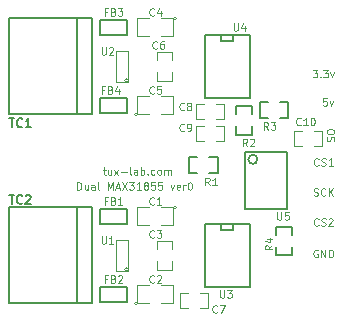
<source format=gto>
%FSLAX46Y46*%
G04 Gerber Fmt 4.6, Leading zero omitted, Abs format (unit mm)*
G04 Created by KiCad (PCBNEW (2014-07-09 BZR 4988)-product) date Thu 14 Aug 2014 11:57:35 AM PDT*
%MOMM*%
G01*
G04 APERTURE LIST*
%ADD10C,0.050000*%
%ADD11C,0.101600*%
%ADD12C,0.099060*%
%ADD13C,0.119380*%
%ADD14C,0.127000*%
%ADD15C,0.078740*%
%ADD16C,0.203200*%
G04 APERTURE END LIST*
D10*
D11*
X128814285Y-96172262D02*
X128511904Y-96172262D01*
X128481666Y-96474643D01*
X128511904Y-96444405D01*
X128572381Y-96414167D01*
X128723571Y-96414167D01*
X128784047Y-96444405D01*
X128814285Y-96474643D01*
X128844524Y-96535119D01*
X128844524Y-96686310D01*
X128814285Y-96746786D01*
X128784047Y-96777024D01*
X128723571Y-96807262D01*
X128572381Y-96807262D01*
X128511904Y-96777024D01*
X128481666Y-96746786D01*
X129056190Y-96383929D02*
X129207381Y-96807262D01*
X129358571Y-96383929D01*
X107668784Y-103919262D02*
X107668784Y-103284262D01*
X107819975Y-103284262D01*
X107910689Y-103314500D01*
X107971165Y-103374976D01*
X108001404Y-103435452D01*
X108031642Y-103556405D01*
X108031642Y-103647119D01*
X108001404Y-103768071D01*
X107971165Y-103828548D01*
X107910689Y-103889024D01*
X107819975Y-103919262D01*
X107668784Y-103919262D01*
X108575927Y-103495929D02*
X108575927Y-103919262D01*
X108303784Y-103495929D02*
X108303784Y-103828548D01*
X108334023Y-103889024D01*
X108394499Y-103919262D01*
X108485213Y-103919262D01*
X108545689Y-103889024D01*
X108575927Y-103858786D01*
X109150451Y-103919262D02*
X109150451Y-103586643D01*
X109120213Y-103526167D01*
X109059737Y-103495929D01*
X108938785Y-103495929D01*
X108878308Y-103526167D01*
X109150451Y-103889024D02*
X109089975Y-103919262D01*
X108938785Y-103919262D01*
X108878308Y-103889024D01*
X108848070Y-103828548D01*
X108848070Y-103768071D01*
X108878308Y-103707595D01*
X108938785Y-103677357D01*
X109089975Y-103677357D01*
X109150451Y-103647119D01*
X109543547Y-103919262D02*
X109483071Y-103889024D01*
X109452832Y-103828548D01*
X109452832Y-103284262D01*
X110269261Y-103919262D02*
X110269261Y-103284262D01*
X110480928Y-103737833D01*
X110692595Y-103284262D01*
X110692595Y-103919262D01*
X110964737Y-103737833D02*
X111267118Y-103737833D01*
X110904261Y-103919262D02*
X111115928Y-103284262D01*
X111327595Y-103919262D01*
X111478785Y-103284262D02*
X111902119Y-103919262D01*
X111902119Y-103284262D02*
X111478785Y-103919262D01*
X112083547Y-103284262D02*
X112476643Y-103284262D01*
X112264976Y-103526167D01*
X112355690Y-103526167D01*
X112416166Y-103556405D01*
X112446404Y-103586643D01*
X112476643Y-103647119D01*
X112476643Y-103798310D01*
X112446404Y-103858786D01*
X112416166Y-103889024D01*
X112355690Y-103919262D01*
X112174262Y-103919262D01*
X112113785Y-103889024D01*
X112083547Y-103858786D01*
X113081405Y-103919262D02*
X112718547Y-103919262D01*
X112899976Y-103919262D02*
X112899976Y-103284262D01*
X112839500Y-103374976D01*
X112779024Y-103435452D01*
X112718547Y-103465690D01*
X113444262Y-103556405D02*
X113383786Y-103526167D01*
X113353547Y-103495929D01*
X113323309Y-103435452D01*
X113323309Y-103405214D01*
X113353547Y-103344738D01*
X113383786Y-103314500D01*
X113444262Y-103284262D01*
X113565214Y-103284262D01*
X113625690Y-103314500D01*
X113655928Y-103344738D01*
X113686167Y-103405214D01*
X113686167Y-103435452D01*
X113655928Y-103495929D01*
X113625690Y-103526167D01*
X113565214Y-103556405D01*
X113444262Y-103556405D01*
X113383786Y-103586643D01*
X113353547Y-103616881D01*
X113323309Y-103677357D01*
X113323309Y-103798310D01*
X113353547Y-103858786D01*
X113383786Y-103889024D01*
X113444262Y-103919262D01*
X113565214Y-103919262D01*
X113625690Y-103889024D01*
X113655928Y-103858786D01*
X113686167Y-103798310D01*
X113686167Y-103677357D01*
X113655928Y-103616881D01*
X113625690Y-103586643D01*
X113565214Y-103556405D01*
X114260690Y-103284262D02*
X113958309Y-103284262D01*
X113928071Y-103586643D01*
X113958309Y-103556405D01*
X114018786Y-103526167D01*
X114169976Y-103526167D01*
X114230452Y-103556405D01*
X114260690Y-103586643D01*
X114290929Y-103647119D01*
X114290929Y-103798310D01*
X114260690Y-103858786D01*
X114230452Y-103889024D01*
X114169976Y-103919262D01*
X114018786Y-103919262D01*
X113958309Y-103889024D01*
X113928071Y-103858786D01*
X114865452Y-103284262D02*
X114563071Y-103284262D01*
X114532833Y-103586643D01*
X114563071Y-103556405D01*
X114623548Y-103526167D01*
X114774738Y-103526167D01*
X114835214Y-103556405D01*
X114865452Y-103586643D01*
X114895691Y-103647119D01*
X114895691Y-103798310D01*
X114865452Y-103858786D01*
X114835214Y-103889024D01*
X114774738Y-103919262D01*
X114623548Y-103919262D01*
X114563071Y-103889024D01*
X114532833Y-103858786D01*
X115591167Y-103495929D02*
X115742358Y-103919262D01*
X115893548Y-103495929D01*
X116377358Y-103889024D02*
X116316882Y-103919262D01*
X116195930Y-103919262D01*
X116135453Y-103889024D01*
X116105215Y-103828548D01*
X116105215Y-103586643D01*
X116135453Y-103526167D01*
X116195930Y-103495929D01*
X116316882Y-103495929D01*
X116377358Y-103526167D01*
X116407596Y-103586643D01*
X116407596Y-103647119D01*
X116105215Y-103707595D01*
X116679739Y-103919262D02*
X116679739Y-103495929D01*
X116679739Y-103616881D02*
X116709978Y-103556405D01*
X116740216Y-103526167D01*
X116800692Y-103495929D01*
X116861168Y-103495929D01*
X117193787Y-103284262D02*
X117254263Y-103284262D01*
X117314739Y-103314500D01*
X117344977Y-103344738D01*
X117375215Y-103405214D01*
X117405454Y-103526167D01*
X117405454Y-103677357D01*
X117375215Y-103798310D01*
X117344977Y-103858786D01*
X117314739Y-103889024D01*
X117254263Y-103919262D01*
X117193787Y-103919262D01*
X117133311Y-103889024D01*
X117103073Y-103858786D01*
X117072834Y-103798310D01*
X117042596Y-103677357D01*
X117042596Y-103526167D01*
X117072834Y-103405214D01*
X117103073Y-103344738D01*
X117133311Y-103314500D01*
X117193787Y-103284262D01*
X109842904Y-102225929D02*
X110084809Y-102225929D01*
X109933618Y-102014262D02*
X109933618Y-102558548D01*
X109963857Y-102619024D01*
X110024333Y-102649262D01*
X110084809Y-102649262D01*
X110568618Y-102225929D02*
X110568618Y-102649262D01*
X110296475Y-102225929D02*
X110296475Y-102558548D01*
X110326714Y-102619024D01*
X110387190Y-102649262D01*
X110477904Y-102649262D01*
X110538380Y-102619024D01*
X110568618Y-102588786D01*
X110810523Y-102649262D02*
X111143142Y-102225929D01*
X110810523Y-102225929D02*
X111143142Y-102649262D01*
X111385047Y-102407357D02*
X111868857Y-102407357D01*
X112261952Y-102649262D02*
X112201476Y-102619024D01*
X112171237Y-102558548D01*
X112171237Y-102014262D01*
X112775999Y-102649262D02*
X112775999Y-102316643D01*
X112745761Y-102256167D01*
X112685285Y-102225929D01*
X112564333Y-102225929D01*
X112503856Y-102256167D01*
X112775999Y-102619024D02*
X112715523Y-102649262D01*
X112564333Y-102649262D01*
X112503856Y-102619024D01*
X112473618Y-102558548D01*
X112473618Y-102498071D01*
X112503856Y-102437595D01*
X112564333Y-102407357D01*
X112715523Y-102407357D01*
X112775999Y-102377119D01*
X113078380Y-102649262D02*
X113078380Y-102014262D01*
X113078380Y-102256167D02*
X113138857Y-102225929D01*
X113259809Y-102225929D01*
X113320285Y-102256167D01*
X113350523Y-102286405D01*
X113380761Y-102346881D01*
X113380761Y-102528310D01*
X113350523Y-102588786D01*
X113320285Y-102619024D01*
X113259809Y-102649262D01*
X113138857Y-102649262D01*
X113078380Y-102619024D01*
X113652904Y-102588786D02*
X113683143Y-102619024D01*
X113652904Y-102649262D01*
X113622666Y-102619024D01*
X113652904Y-102588786D01*
X113652904Y-102649262D01*
X114227428Y-102619024D02*
X114166952Y-102649262D01*
X114046000Y-102649262D01*
X113985524Y-102619024D01*
X113955285Y-102588786D01*
X113925047Y-102528310D01*
X113925047Y-102346881D01*
X113955285Y-102286405D01*
X113985524Y-102256167D01*
X114046000Y-102225929D01*
X114166952Y-102225929D01*
X114227428Y-102256167D01*
X114590286Y-102649262D02*
X114529810Y-102619024D01*
X114499571Y-102588786D01*
X114469333Y-102528310D01*
X114469333Y-102346881D01*
X114499571Y-102286405D01*
X114529810Y-102256167D01*
X114590286Y-102225929D01*
X114681000Y-102225929D01*
X114741476Y-102256167D01*
X114771714Y-102286405D01*
X114801952Y-102346881D01*
X114801952Y-102528310D01*
X114771714Y-102588786D01*
X114741476Y-102619024D01*
X114681000Y-102649262D01*
X114590286Y-102649262D01*
X115074095Y-102649262D02*
X115074095Y-102225929D01*
X115074095Y-102286405D02*
X115104334Y-102256167D01*
X115164810Y-102225929D01*
X115255524Y-102225929D01*
X115316000Y-102256167D01*
X115346238Y-102316643D01*
X115346238Y-102649262D01*
X115346238Y-102316643D02*
X115376476Y-102256167D01*
X115436953Y-102225929D01*
X115527667Y-102225929D01*
X115588143Y-102256167D01*
X115618381Y-102316643D01*
X115618381Y-102649262D01*
X128115786Y-101826786D02*
X128085548Y-101857024D01*
X127994833Y-101887262D01*
X127934357Y-101887262D01*
X127843643Y-101857024D01*
X127783167Y-101796548D01*
X127752928Y-101736071D01*
X127722690Y-101615119D01*
X127722690Y-101524405D01*
X127752928Y-101403452D01*
X127783167Y-101342976D01*
X127843643Y-101282500D01*
X127934357Y-101252262D01*
X127994833Y-101252262D01*
X128085548Y-101282500D01*
X128115786Y-101312738D01*
X128357690Y-101857024D02*
X128448405Y-101887262D01*
X128599595Y-101887262D01*
X128660071Y-101857024D01*
X128690309Y-101826786D01*
X128720548Y-101766310D01*
X128720548Y-101705833D01*
X128690309Y-101645357D01*
X128660071Y-101615119D01*
X128599595Y-101584881D01*
X128478643Y-101554643D01*
X128418167Y-101524405D01*
X128387928Y-101494167D01*
X128357690Y-101433690D01*
X128357690Y-101373214D01*
X128387928Y-101312738D01*
X128418167Y-101282500D01*
X128478643Y-101252262D01*
X128629833Y-101252262D01*
X128720548Y-101282500D01*
X129325310Y-101887262D02*
X128962452Y-101887262D01*
X129143881Y-101887262D02*
X129143881Y-101252262D01*
X129083405Y-101342976D01*
X129022929Y-101403452D01*
X128962452Y-101433690D01*
X127707571Y-104397024D02*
X127798286Y-104427262D01*
X127949476Y-104427262D01*
X128009952Y-104397024D01*
X128040190Y-104366786D01*
X128070429Y-104306310D01*
X128070429Y-104245833D01*
X128040190Y-104185357D01*
X128009952Y-104155119D01*
X127949476Y-104124881D01*
X127828524Y-104094643D01*
X127768048Y-104064405D01*
X127737809Y-104034167D01*
X127707571Y-103973690D01*
X127707571Y-103913214D01*
X127737809Y-103852738D01*
X127768048Y-103822500D01*
X127828524Y-103792262D01*
X127979714Y-103792262D01*
X128070429Y-103822500D01*
X128705429Y-104366786D02*
X128675191Y-104397024D01*
X128584476Y-104427262D01*
X128524000Y-104427262D01*
X128433286Y-104397024D01*
X128372810Y-104336548D01*
X128342571Y-104276071D01*
X128312333Y-104155119D01*
X128312333Y-104064405D01*
X128342571Y-103943452D01*
X128372810Y-103882976D01*
X128433286Y-103822500D01*
X128524000Y-103792262D01*
X128584476Y-103792262D01*
X128675191Y-103822500D01*
X128705429Y-103852738D01*
X128977571Y-104427262D02*
X128977571Y-103792262D01*
X129340429Y-104427262D02*
X129068286Y-104064405D01*
X129340429Y-103792262D02*
X128977571Y-104155119D01*
X129416024Y-99828048D02*
X129446262Y-99737333D01*
X129446262Y-99586143D01*
X129416024Y-99525667D01*
X129385786Y-99495429D01*
X129325310Y-99465190D01*
X129264833Y-99465190D01*
X129204357Y-99495429D01*
X129174119Y-99525667D01*
X129143881Y-99586143D01*
X129113643Y-99707095D01*
X129083405Y-99767571D01*
X129053167Y-99797810D01*
X128992690Y-99828048D01*
X128932214Y-99828048D01*
X128871738Y-99797810D01*
X128841500Y-99767571D01*
X128811262Y-99707095D01*
X128811262Y-99555905D01*
X128841500Y-99465190D01*
X128811262Y-99072095D02*
X128811262Y-98951143D01*
X128841500Y-98890667D01*
X128901976Y-98830190D01*
X129022929Y-98799952D01*
X129234595Y-98799952D01*
X129355548Y-98830190D01*
X129416024Y-98890667D01*
X129446262Y-98951143D01*
X129446262Y-99072095D01*
X129416024Y-99132571D01*
X129355548Y-99193048D01*
X129234595Y-99223286D01*
X129022929Y-99223286D01*
X128901976Y-99193048D01*
X128841500Y-99132571D01*
X128811262Y-99072095D01*
X128040191Y-109029500D02*
X127979714Y-108999262D01*
X127889000Y-108999262D01*
X127798286Y-109029500D01*
X127737810Y-109089976D01*
X127707571Y-109150452D01*
X127677333Y-109271405D01*
X127677333Y-109362119D01*
X127707571Y-109483071D01*
X127737810Y-109543548D01*
X127798286Y-109604024D01*
X127889000Y-109634262D01*
X127949476Y-109634262D01*
X128040191Y-109604024D01*
X128070429Y-109573786D01*
X128070429Y-109362119D01*
X127949476Y-109362119D01*
X128342571Y-109634262D02*
X128342571Y-108999262D01*
X128705429Y-109634262D01*
X128705429Y-108999262D01*
X129007809Y-109634262D02*
X129007809Y-108999262D01*
X129159000Y-108999262D01*
X129249714Y-109029500D01*
X129310190Y-109089976D01*
X129340429Y-109150452D01*
X129370667Y-109271405D01*
X129370667Y-109362119D01*
X129340429Y-109483071D01*
X129310190Y-109543548D01*
X129249714Y-109604024D01*
X129159000Y-109634262D01*
X129007809Y-109634262D01*
X127616857Y-93759262D02*
X128009953Y-93759262D01*
X127798286Y-94001167D01*
X127889000Y-94001167D01*
X127949476Y-94031405D01*
X127979714Y-94061643D01*
X128009953Y-94122119D01*
X128009953Y-94273310D01*
X127979714Y-94333786D01*
X127949476Y-94364024D01*
X127889000Y-94394262D01*
X127707572Y-94394262D01*
X127647095Y-94364024D01*
X127616857Y-94333786D01*
X128282095Y-94333786D02*
X128312334Y-94364024D01*
X128282095Y-94394262D01*
X128251857Y-94364024D01*
X128282095Y-94333786D01*
X128282095Y-94394262D01*
X128524000Y-93759262D02*
X128917096Y-93759262D01*
X128705429Y-94001167D01*
X128796143Y-94001167D01*
X128856619Y-94031405D01*
X128886857Y-94061643D01*
X128917096Y-94122119D01*
X128917096Y-94273310D01*
X128886857Y-94333786D01*
X128856619Y-94364024D01*
X128796143Y-94394262D01*
X128614715Y-94394262D01*
X128554238Y-94364024D01*
X128524000Y-94333786D01*
X129128762Y-93970929D02*
X129279953Y-94394262D01*
X129431143Y-93970929D01*
X128115786Y-106906786D02*
X128085548Y-106937024D01*
X127994833Y-106967262D01*
X127934357Y-106967262D01*
X127843643Y-106937024D01*
X127783167Y-106876548D01*
X127752928Y-106816071D01*
X127722690Y-106695119D01*
X127722690Y-106604405D01*
X127752928Y-106483452D01*
X127783167Y-106422976D01*
X127843643Y-106362500D01*
X127934357Y-106332262D01*
X127994833Y-106332262D01*
X128085548Y-106362500D01*
X128115786Y-106392738D01*
X128357690Y-106937024D02*
X128448405Y-106967262D01*
X128599595Y-106967262D01*
X128660071Y-106937024D01*
X128690309Y-106906786D01*
X128720548Y-106846310D01*
X128720548Y-106785833D01*
X128690309Y-106725357D01*
X128660071Y-106695119D01*
X128599595Y-106664881D01*
X128478643Y-106634643D01*
X128418167Y-106604405D01*
X128387928Y-106574167D01*
X128357690Y-106513690D01*
X128357690Y-106453214D01*
X128387928Y-106392738D01*
X128418167Y-106362500D01*
X128478643Y-106332262D01*
X128629833Y-106332262D01*
X128720548Y-106362500D01*
X128962452Y-106392738D02*
X128992690Y-106362500D01*
X129053167Y-106332262D01*
X129204357Y-106332262D01*
X129264833Y-106362500D01*
X129295071Y-106392738D01*
X129325310Y-106453214D01*
X129325310Y-106513690D01*
X129295071Y-106604405D01*
X128932214Y-106967262D01*
X129325310Y-106967262D01*
D12*
X116078000Y-105410000D02*
G75*
G03X116078000Y-105410000I-127000J0D01*
G74*
G01*
X114808000Y-105410000D02*
X115824000Y-105410000D01*
X115824000Y-105410000D02*
X115824000Y-106934000D01*
X115824000Y-106934000D02*
X114808000Y-106934000D01*
X113792000Y-106934000D02*
X112776000Y-106934000D01*
X112776000Y-106934000D02*
X112776000Y-105410000D01*
X112776000Y-105410000D02*
X113792000Y-105410000D01*
X112776000Y-113538000D02*
G75*
G03X112776000Y-113538000I-127000J0D01*
G74*
G01*
X113792000Y-113538000D02*
X112776000Y-113538000D01*
X112776000Y-113538000D02*
X112776000Y-112014000D01*
X112776000Y-112014000D02*
X113792000Y-112014000D01*
X114808000Y-112014000D02*
X115824000Y-112014000D01*
X115824000Y-112014000D02*
X115824000Y-113538000D01*
X115824000Y-113538000D02*
X114808000Y-113538000D01*
D13*
X114411760Y-109974380D02*
X114411760Y-110672880D01*
X114411760Y-108973620D02*
X114411760Y-108275120D01*
X115712240Y-109974380D02*
X115712240Y-110672880D01*
X115712240Y-108275120D02*
X115712240Y-108973620D01*
X115697000Y-110672880D02*
X114427000Y-110672880D01*
X114427000Y-108275120D02*
X115697000Y-108275120D01*
D12*
X116078000Y-89408000D02*
G75*
G03X116078000Y-89408000I-127000J0D01*
G74*
G01*
X114808000Y-89408000D02*
X115824000Y-89408000D01*
X115824000Y-89408000D02*
X115824000Y-90932000D01*
X115824000Y-90932000D02*
X114808000Y-90932000D01*
X113792000Y-90932000D02*
X112776000Y-90932000D01*
X112776000Y-90932000D02*
X112776000Y-89408000D01*
X112776000Y-89408000D02*
X113792000Y-89408000D01*
X112776000Y-97536000D02*
G75*
G03X112776000Y-97536000I-127000J0D01*
G74*
G01*
X113792000Y-97536000D02*
X112776000Y-97536000D01*
X112776000Y-97536000D02*
X112776000Y-96012000D01*
X112776000Y-96012000D02*
X113792000Y-96012000D01*
X114808000Y-96012000D02*
X115824000Y-96012000D01*
X115824000Y-96012000D02*
X115824000Y-97536000D01*
X115824000Y-97536000D02*
X114808000Y-97536000D01*
D13*
X114411760Y-93972380D02*
X114411760Y-94670880D01*
X114411760Y-92971620D02*
X114411760Y-92273120D01*
X115712240Y-93972380D02*
X115712240Y-94670880D01*
X115712240Y-92273120D02*
X115712240Y-92971620D01*
X115697000Y-94670880D02*
X114427000Y-94670880D01*
X114427000Y-92273120D02*
X115697000Y-92273120D01*
X117101620Y-112633760D02*
X116403120Y-112633760D01*
X118102380Y-112633760D02*
X118800880Y-112633760D01*
X117101620Y-113934240D02*
X116403120Y-113934240D01*
X118800880Y-113934240D02*
X118102380Y-113934240D01*
X116403120Y-113919000D02*
X116403120Y-112649000D01*
X118800880Y-112649000D02*
X118800880Y-113919000D01*
X119448580Y-97932240D02*
X120147080Y-97932240D01*
X118447820Y-97932240D02*
X117749320Y-97932240D01*
X119448580Y-96631760D02*
X120147080Y-96631760D01*
X117749320Y-96631760D02*
X118447820Y-96631760D01*
X120147080Y-96647000D02*
X120147080Y-97917000D01*
X117749320Y-97917000D02*
X117749320Y-96647000D01*
D14*
X109601000Y-105537000D02*
X111887000Y-105537000D01*
X111887000Y-105537000D02*
X111887000Y-106807000D01*
X111887000Y-106807000D02*
X109601000Y-106807000D01*
X109601000Y-106807000D02*
X109601000Y-105537000D01*
X109601000Y-112141000D02*
X111887000Y-112141000D01*
X111887000Y-112141000D02*
X111887000Y-113411000D01*
X111887000Y-113411000D02*
X109601000Y-113411000D01*
X109601000Y-113411000D02*
X109601000Y-112141000D01*
X109601000Y-89535000D02*
X111887000Y-89535000D01*
X111887000Y-89535000D02*
X111887000Y-90805000D01*
X111887000Y-90805000D02*
X109601000Y-90805000D01*
X109601000Y-90805000D02*
X109601000Y-89535000D01*
X109601000Y-96139000D02*
X111887000Y-96139000D01*
X111887000Y-96139000D02*
X111887000Y-97409000D01*
X111887000Y-97409000D02*
X109601000Y-97409000D01*
X109601000Y-97409000D02*
X109601000Y-96139000D01*
X117858540Y-101132640D02*
X117152420Y-101132640D01*
X117152420Y-101132640D02*
X117152420Y-102529640D01*
X117152420Y-102529640D02*
X117858540Y-102529640D01*
X119565420Y-101132640D02*
X118859300Y-101132640D01*
X119565420Y-101132640D02*
X119565420Y-102529640D01*
X119565420Y-102529640D02*
X118859300Y-102529640D01*
X122491500Y-97543620D02*
X122491500Y-96837500D01*
X122491500Y-96837500D02*
X121094500Y-96837500D01*
X121094500Y-96837500D02*
X121094500Y-97543620D01*
X122491500Y-99250500D02*
X122491500Y-98544380D01*
X122491500Y-99250500D02*
X121094500Y-99250500D01*
X121094500Y-99250500D02*
X121094500Y-98544380D01*
X124833380Y-97853500D02*
X125539500Y-97853500D01*
X125539500Y-97853500D02*
X125539500Y-96456500D01*
X125539500Y-96456500D02*
X124833380Y-96456500D01*
X123126500Y-97853500D02*
X123832620Y-97853500D01*
X123126500Y-97853500D02*
X123126500Y-96456500D01*
X123126500Y-96456500D02*
X123832620Y-96456500D01*
X124498100Y-108755180D02*
X124498100Y-109461300D01*
X124498100Y-109461300D02*
X125895100Y-109461300D01*
X125895100Y-109461300D02*
X125895100Y-108755180D01*
X124498100Y-107048300D02*
X124498100Y-107754420D01*
X124498100Y-107048300D02*
X125895100Y-107048300D01*
X125895100Y-107048300D02*
X125895100Y-107754420D01*
D15*
X112015590Y-110650020D02*
G75*
G03X112015590Y-110650020I-159070J0D01*
G74*
G01*
X110998000Y-108204000D02*
X112014000Y-108204000D01*
X110998000Y-110807500D02*
X112014000Y-110807500D01*
X112014000Y-108204000D02*
X112014000Y-110807500D01*
X110998000Y-110807500D02*
X110998000Y-108204000D01*
X112015590Y-94648020D02*
G75*
G03X112015590Y-94648020I-159070J0D01*
G74*
G01*
X110998000Y-92202000D02*
X112014000Y-92202000D01*
X110998000Y-94805500D02*
X112014000Y-94805500D01*
X112014000Y-92202000D02*
X112014000Y-94805500D01*
X110998000Y-94805500D02*
X110998000Y-92202000D01*
D14*
X118618000Y-106807000D02*
X118491000Y-106807000D01*
X118491000Y-106807000D02*
X118491000Y-112141000D01*
X122301000Y-112141000D02*
X122301000Y-106807000D01*
X122301000Y-106807000D02*
X118618000Y-106807000D01*
X120904000Y-106807000D02*
X120904000Y-107315000D01*
X120904000Y-107315000D02*
X119888000Y-107315000D01*
X119888000Y-107315000D02*
X119888000Y-106807000D01*
X122301000Y-112141000D02*
X118491000Y-112141000D01*
X118618000Y-90805000D02*
X118491000Y-90805000D01*
X118491000Y-90805000D02*
X118491000Y-96139000D01*
X122301000Y-96139000D02*
X122301000Y-90805000D01*
X122301000Y-90805000D02*
X118618000Y-90805000D01*
X120904000Y-90805000D02*
X120904000Y-91313000D01*
X120904000Y-91313000D02*
X119888000Y-91313000D01*
X119888000Y-91313000D02*
X119888000Y-90805000D01*
X122301000Y-96139000D02*
X118491000Y-96139000D01*
D16*
X125476000Y-100711000D02*
X125476000Y-105537000D01*
X125476000Y-105537000D02*
X121920000Y-105537000D01*
X121920000Y-105537000D02*
X121920000Y-100711000D01*
X121920000Y-100711000D02*
X125476000Y-100711000D01*
X122936000Y-101346000D02*
G75*
G03X122936000Y-101346000I-381000J0D01*
G74*
G01*
D14*
X107670600Y-113538000D02*
X107670600Y-105410000D01*
X101904800Y-113538000D02*
X101904800Y-105410000D01*
X101904800Y-105410000D02*
X108915200Y-105410000D01*
X108915200Y-105410000D02*
X108915200Y-113538000D01*
X108915200Y-113538000D02*
X101904800Y-113538000D01*
X107670600Y-97536000D02*
X107670600Y-89408000D01*
X101904800Y-97536000D02*
X101904800Y-89408000D01*
X101904800Y-89408000D02*
X108915200Y-89408000D01*
X108915200Y-89408000D02*
X108915200Y-97536000D01*
X108915200Y-97536000D02*
X101904800Y-97536000D01*
D13*
X119448580Y-99811840D02*
X120147080Y-99811840D01*
X118447820Y-99811840D02*
X117749320Y-99811840D01*
X119448580Y-98511360D02*
X120147080Y-98511360D01*
X117749320Y-98511360D02*
X118447820Y-98511360D01*
X120147080Y-98526600D02*
X120147080Y-99796600D01*
X117749320Y-99796600D02*
X117749320Y-98526600D01*
X126753620Y-98917760D02*
X126055120Y-98917760D01*
X127754380Y-98917760D02*
X128452880Y-98917760D01*
X126753620Y-100218240D02*
X126055120Y-100218240D01*
X128452880Y-100218240D02*
X127754380Y-100218240D01*
X126055120Y-100203000D02*
X126055120Y-98933000D01*
X128452880Y-98933000D02*
X128452880Y-100203000D01*
D11*
X114194167Y-105128786D02*
X114163929Y-105159024D01*
X114073214Y-105189262D01*
X114012738Y-105189262D01*
X113922024Y-105159024D01*
X113861548Y-105098548D01*
X113831309Y-105038071D01*
X113801071Y-104917119D01*
X113801071Y-104826405D01*
X113831309Y-104705452D01*
X113861548Y-104644976D01*
X113922024Y-104584500D01*
X114012738Y-104554262D01*
X114073214Y-104554262D01*
X114163929Y-104584500D01*
X114194167Y-104614738D01*
X114798929Y-105189262D02*
X114436071Y-105189262D01*
X114617500Y-105189262D02*
X114617500Y-104554262D01*
X114557024Y-104644976D01*
X114496548Y-104705452D01*
X114436071Y-104735690D01*
X114194167Y-111732786D02*
X114163929Y-111763024D01*
X114073214Y-111793262D01*
X114012738Y-111793262D01*
X113922024Y-111763024D01*
X113861548Y-111702548D01*
X113831309Y-111642071D01*
X113801071Y-111521119D01*
X113801071Y-111430405D01*
X113831309Y-111309452D01*
X113861548Y-111248976D01*
X113922024Y-111188500D01*
X114012738Y-111158262D01*
X114073214Y-111158262D01*
X114163929Y-111188500D01*
X114194167Y-111218738D01*
X114436071Y-111218738D02*
X114466309Y-111188500D01*
X114526786Y-111158262D01*
X114677976Y-111158262D01*
X114738452Y-111188500D01*
X114768690Y-111218738D01*
X114798929Y-111279214D01*
X114798929Y-111339690D01*
X114768690Y-111430405D01*
X114405833Y-111793262D01*
X114798929Y-111793262D01*
X114194167Y-107922786D02*
X114163929Y-107953024D01*
X114073214Y-107983262D01*
X114012738Y-107983262D01*
X113922024Y-107953024D01*
X113861548Y-107892548D01*
X113831309Y-107832071D01*
X113801071Y-107711119D01*
X113801071Y-107620405D01*
X113831309Y-107499452D01*
X113861548Y-107438976D01*
X113922024Y-107378500D01*
X114012738Y-107348262D01*
X114073214Y-107348262D01*
X114163929Y-107378500D01*
X114194167Y-107408738D01*
X114405833Y-107348262D02*
X114798929Y-107348262D01*
X114587262Y-107590167D01*
X114677976Y-107590167D01*
X114738452Y-107620405D01*
X114768690Y-107650643D01*
X114798929Y-107711119D01*
X114798929Y-107862310D01*
X114768690Y-107922786D01*
X114738452Y-107953024D01*
X114677976Y-107983262D01*
X114496548Y-107983262D01*
X114436071Y-107953024D01*
X114405833Y-107922786D01*
X114194167Y-89126786D02*
X114163929Y-89157024D01*
X114073214Y-89187262D01*
X114012738Y-89187262D01*
X113922024Y-89157024D01*
X113861548Y-89096548D01*
X113831309Y-89036071D01*
X113801071Y-88915119D01*
X113801071Y-88824405D01*
X113831309Y-88703452D01*
X113861548Y-88642976D01*
X113922024Y-88582500D01*
X114012738Y-88552262D01*
X114073214Y-88552262D01*
X114163929Y-88582500D01*
X114194167Y-88612738D01*
X114738452Y-88763929D02*
X114738452Y-89187262D01*
X114587262Y-88522024D02*
X114436071Y-88975595D01*
X114829167Y-88975595D01*
X114194167Y-95730786D02*
X114163929Y-95761024D01*
X114073214Y-95791262D01*
X114012738Y-95791262D01*
X113922024Y-95761024D01*
X113861548Y-95700548D01*
X113831309Y-95640071D01*
X113801071Y-95519119D01*
X113801071Y-95428405D01*
X113831309Y-95307452D01*
X113861548Y-95246976D01*
X113922024Y-95186500D01*
X114012738Y-95156262D01*
X114073214Y-95156262D01*
X114163929Y-95186500D01*
X114194167Y-95216738D01*
X114768690Y-95156262D02*
X114466309Y-95156262D01*
X114436071Y-95458643D01*
X114466309Y-95428405D01*
X114526786Y-95398167D01*
X114677976Y-95398167D01*
X114738452Y-95428405D01*
X114768690Y-95458643D01*
X114798929Y-95519119D01*
X114798929Y-95670310D01*
X114768690Y-95730786D01*
X114738452Y-95761024D01*
X114677976Y-95791262D01*
X114526786Y-95791262D01*
X114466309Y-95761024D01*
X114436071Y-95730786D01*
X114448167Y-91920786D02*
X114417929Y-91951024D01*
X114327214Y-91981262D01*
X114266738Y-91981262D01*
X114176024Y-91951024D01*
X114115548Y-91890548D01*
X114085309Y-91830071D01*
X114055071Y-91709119D01*
X114055071Y-91618405D01*
X114085309Y-91497452D01*
X114115548Y-91436976D01*
X114176024Y-91376500D01*
X114266738Y-91346262D01*
X114327214Y-91346262D01*
X114417929Y-91376500D01*
X114448167Y-91406738D01*
X114992452Y-91346262D02*
X114871500Y-91346262D01*
X114811024Y-91376500D01*
X114780786Y-91406738D01*
X114720309Y-91497452D01*
X114690071Y-91618405D01*
X114690071Y-91860310D01*
X114720309Y-91920786D01*
X114750548Y-91951024D01*
X114811024Y-91981262D01*
X114931976Y-91981262D01*
X114992452Y-91951024D01*
X115022690Y-91920786D01*
X115052929Y-91860310D01*
X115052929Y-91709119D01*
X115022690Y-91648643D01*
X114992452Y-91618405D01*
X114931976Y-91588167D01*
X114811024Y-91588167D01*
X114750548Y-91618405D01*
X114720309Y-91648643D01*
X114690071Y-91709119D01*
X119528167Y-114272786D02*
X119497929Y-114303024D01*
X119407214Y-114333262D01*
X119346738Y-114333262D01*
X119256024Y-114303024D01*
X119195548Y-114242548D01*
X119165309Y-114182071D01*
X119135071Y-114061119D01*
X119135071Y-113970405D01*
X119165309Y-113849452D01*
X119195548Y-113788976D01*
X119256024Y-113728500D01*
X119346738Y-113698262D01*
X119407214Y-113698262D01*
X119497929Y-113728500D01*
X119528167Y-113758738D01*
X119739833Y-113698262D02*
X120163167Y-113698262D01*
X119891024Y-114333262D01*
X116734167Y-97127786D02*
X116703929Y-97158024D01*
X116613214Y-97188262D01*
X116552738Y-97188262D01*
X116462024Y-97158024D01*
X116401548Y-97097548D01*
X116371309Y-97037071D01*
X116341071Y-96916119D01*
X116341071Y-96825405D01*
X116371309Y-96704452D01*
X116401548Y-96643976D01*
X116462024Y-96583500D01*
X116552738Y-96553262D01*
X116613214Y-96553262D01*
X116703929Y-96583500D01*
X116734167Y-96613738D01*
X117097024Y-96825405D02*
X117036548Y-96795167D01*
X117006309Y-96764929D01*
X116976071Y-96704452D01*
X116976071Y-96674214D01*
X117006309Y-96613738D01*
X117036548Y-96583500D01*
X117097024Y-96553262D01*
X117217976Y-96553262D01*
X117278452Y-96583500D01*
X117308690Y-96613738D01*
X117338929Y-96674214D01*
X117338929Y-96704452D01*
X117308690Y-96764929D01*
X117278452Y-96795167D01*
X117217976Y-96825405D01*
X117097024Y-96825405D01*
X117036548Y-96855643D01*
X117006309Y-96885881D01*
X116976071Y-96946357D01*
X116976071Y-97067310D01*
X117006309Y-97127786D01*
X117036548Y-97158024D01*
X117097024Y-97188262D01*
X117217976Y-97188262D01*
X117278452Y-97158024D01*
X117308690Y-97127786D01*
X117338929Y-97067310D01*
X117338929Y-96946357D01*
X117308690Y-96885881D01*
X117278452Y-96855643D01*
X117217976Y-96825405D01*
X110214833Y-104856643D02*
X110003166Y-104856643D01*
X110003166Y-105189262D02*
X110003166Y-104554262D01*
X110305547Y-104554262D01*
X110759119Y-104856643D02*
X110849833Y-104886881D01*
X110880072Y-104917119D01*
X110910310Y-104977595D01*
X110910310Y-105068310D01*
X110880072Y-105128786D01*
X110849833Y-105159024D01*
X110789357Y-105189262D01*
X110547452Y-105189262D01*
X110547452Y-104554262D01*
X110759119Y-104554262D01*
X110819595Y-104584500D01*
X110849833Y-104614738D01*
X110880072Y-104675214D01*
X110880072Y-104735690D01*
X110849833Y-104796167D01*
X110819595Y-104826405D01*
X110759119Y-104856643D01*
X110547452Y-104856643D01*
X111515072Y-105189262D02*
X111152214Y-105189262D01*
X111333643Y-105189262D02*
X111333643Y-104554262D01*
X111273167Y-104644976D01*
X111212691Y-104705452D01*
X111152214Y-104735690D01*
X110214833Y-111460643D02*
X110003166Y-111460643D01*
X110003166Y-111793262D02*
X110003166Y-111158262D01*
X110305547Y-111158262D01*
X110759119Y-111460643D02*
X110849833Y-111490881D01*
X110880072Y-111521119D01*
X110910310Y-111581595D01*
X110910310Y-111672310D01*
X110880072Y-111732786D01*
X110849833Y-111763024D01*
X110789357Y-111793262D01*
X110547452Y-111793262D01*
X110547452Y-111158262D01*
X110759119Y-111158262D01*
X110819595Y-111188500D01*
X110849833Y-111218738D01*
X110880072Y-111279214D01*
X110880072Y-111339690D01*
X110849833Y-111400167D01*
X110819595Y-111430405D01*
X110759119Y-111460643D01*
X110547452Y-111460643D01*
X111152214Y-111218738D02*
X111182452Y-111188500D01*
X111242929Y-111158262D01*
X111394119Y-111158262D01*
X111454595Y-111188500D01*
X111484833Y-111218738D01*
X111515072Y-111279214D01*
X111515072Y-111339690D01*
X111484833Y-111430405D01*
X111121976Y-111793262D01*
X111515072Y-111793262D01*
X110214833Y-88854643D02*
X110003166Y-88854643D01*
X110003166Y-89187262D02*
X110003166Y-88552262D01*
X110305547Y-88552262D01*
X110759119Y-88854643D02*
X110849833Y-88884881D01*
X110880072Y-88915119D01*
X110910310Y-88975595D01*
X110910310Y-89066310D01*
X110880072Y-89126786D01*
X110849833Y-89157024D01*
X110789357Y-89187262D01*
X110547452Y-89187262D01*
X110547452Y-88552262D01*
X110759119Y-88552262D01*
X110819595Y-88582500D01*
X110849833Y-88612738D01*
X110880072Y-88673214D01*
X110880072Y-88733690D01*
X110849833Y-88794167D01*
X110819595Y-88824405D01*
X110759119Y-88854643D01*
X110547452Y-88854643D01*
X111121976Y-88552262D02*
X111515072Y-88552262D01*
X111303405Y-88794167D01*
X111394119Y-88794167D01*
X111454595Y-88824405D01*
X111484833Y-88854643D01*
X111515072Y-88915119D01*
X111515072Y-89066310D01*
X111484833Y-89126786D01*
X111454595Y-89157024D01*
X111394119Y-89187262D01*
X111212691Y-89187262D01*
X111152214Y-89157024D01*
X111121976Y-89126786D01*
X109960833Y-95458643D02*
X109749166Y-95458643D01*
X109749166Y-95791262D02*
X109749166Y-95156262D01*
X110051547Y-95156262D01*
X110505119Y-95458643D02*
X110595833Y-95488881D01*
X110626072Y-95519119D01*
X110656310Y-95579595D01*
X110656310Y-95670310D01*
X110626072Y-95730786D01*
X110595833Y-95761024D01*
X110535357Y-95791262D01*
X110293452Y-95791262D01*
X110293452Y-95156262D01*
X110505119Y-95156262D01*
X110565595Y-95186500D01*
X110595833Y-95216738D01*
X110626072Y-95277214D01*
X110626072Y-95337690D01*
X110595833Y-95398167D01*
X110565595Y-95428405D01*
X110505119Y-95458643D01*
X110293452Y-95458643D01*
X111200595Y-95367929D02*
X111200595Y-95791262D01*
X111049405Y-95126024D02*
X110898214Y-95579595D01*
X111291310Y-95579595D01*
X118893167Y-103538262D02*
X118681500Y-103235881D01*
X118530309Y-103538262D02*
X118530309Y-102903262D01*
X118772214Y-102903262D01*
X118832690Y-102933500D01*
X118862929Y-102963738D01*
X118893167Y-103024214D01*
X118893167Y-103114929D01*
X118862929Y-103175405D01*
X118832690Y-103205643D01*
X118772214Y-103235881D01*
X118530309Y-103235881D01*
X119497929Y-103538262D02*
X119135071Y-103538262D01*
X119316500Y-103538262D02*
X119316500Y-102903262D01*
X119256024Y-102993976D01*
X119195548Y-103054452D01*
X119135071Y-103084690D01*
X122068167Y-100236262D02*
X121856500Y-99933881D01*
X121705309Y-100236262D02*
X121705309Y-99601262D01*
X121947214Y-99601262D01*
X122007690Y-99631500D01*
X122037929Y-99661738D01*
X122068167Y-99722214D01*
X122068167Y-99812929D01*
X122037929Y-99873405D01*
X122007690Y-99903643D01*
X121947214Y-99933881D01*
X121705309Y-99933881D01*
X122310071Y-99661738D02*
X122340309Y-99631500D01*
X122400786Y-99601262D01*
X122551976Y-99601262D01*
X122612452Y-99631500D01*
X122642690Y-99661738D01*
X122672929Y-99722214D01*
X122672929Y-99782690D01*
X122642690Y-99873405D01*
X122279833Y-100236262D01*
X122672929Y-100236262D01*
X123846167Y-98839262D02*
X123634500Y-98536881D01*
X123483309Y-98839262D02*
X123483309Y-98204262D01*
X123725214Y-98204262D01*
X123785690Y-98234500D01*
X123815929Y-98264738D01*
X123846167Y-98325214D01*
X123846167Y-98415929D01*
X123815929Y-98476405D01*
X123785690Y-98506643D01*
X123725214Y-98536881D01*
X123483309Y-98536881D01*
X124057833Y-98204262D02*
X124450929Y-98204262D01*
X124239262Y-98446167D01*
X124329976Y-98446167D01*
X124390452Y-98476405D01*
X124420690Y-98506643D01*
X124450929Y-98567119D01*
X124450929Y-98718310D01*
X124420690Y-98778786D01*
X124390452Y-98809024D01*
X124329976Y-98839262D01*
X124148548Y-98839262D01*
X124088071Y-98809024D01*
X124057833Y-98778786D01*
X124213862Y-108614633D02*
X123911481Y-108826300D01*
X124213862Y-108977491D02*
X123578862Y-108977491D01*
X123578862Y-108735586D01*
X123609100Y-108675110D01*
X123639338Y-108644871D01*
X123699814Y-108614633D01*
X123790529Y-108614633D01*
X123851005Y-108644871D01*
X123881243Y-108675110D01*
X123911481Y-108735586D01*
X123911481Y-108977491D01*
X123790529Y-108070348D02*
X124213862Y-108070348D01*
X123548624Y-108221538D02*
X124002195Y-108372729D01*
X124002195Y-107979633D01*
X109752190Y-107856262D02*
X109752190Y-108370310D01*
X109782429Y-108430786D01*
X109812667Y-108461024D01*
X109873143Y-108491262D01*
X109994095Y-108491262D01*
X110054571Y-108461024D01*
X110084810Y-108430786D01*
X110115048Y-108370310D01*
X110115048Y-107856262D01*
X110750048Y-108491262D02*
X110387190Y-108491262D01*
X110568619Y-108491262D02*
X110568619Y-107856262D01*
X110508143Y-107946976D01*
X110447667Y-108007452D01*
X110387190Y-108037690D01*
X109752190Y-91854262D02*
X109752190Y-92368310D01*
X109782429Y-92428786D01*
X109812667Y-92459024D01*
X109873143Y-92489262D01*
X109994095Y-92489262D01*
X110054571Y-92459024D01*
X110084810Y-92428786D01*
X110115048Y-92368310D01*
X110115048Y-91854262D01*
X110387190Y-91914738D02*
X110417428Y-91884500D01*
X110477905Y-91854262D01*
X110629095Y-91854262D01*
X110689571Y-91884500D01*
X110719809Y-91914738D01*
X110750048Y-91975214D01*
X110750048Y-92035690D01*
X110719809Y-92126405D01*
X110356952Y-92489262D01*
X110750048Y-92489262D01*
X119785190Y-112428262D02*
X119785190Y-112942310D01*
X119815429Y-113002786D01*
X119845667Y-113033024D01*
X119906143Y-113063262D01*
X120027095Y-113063262D01*
X120087571Y-113033024D01*
X120117810Y-113002786D01*
X120148048Y-112942310D01*
X120148048Y-112428262D01*
X120389952Y-112428262D02*
X120783048Y-112428262D01*
X120571381Y-112670167D01*
X120662095Y-112670167D01*
X120722571Y-112700405D01*
X120752809Y-112730643D01*
X120783048Y-112791119D01*
X120783048Y-112942310D01*
X120752809Y-113002786D01*
X120722571Y-113033024D01*
X120662095Y-113063262D01*
X120480667Y-113063262D01*
X120420190Y-113033024D01*
X120389952Y-113002786D01*
X120928190Y-89822262D02*
X120928190Y-90336310D01*
X120958429Y-90396786D01*
X120988667Y-90427024D01*
X121049143Y-90457262D01*
X121170095Y-90457262D01*
X121230571Y-90427024D01*
X121260810Y-90396786D01*
X121291048Y-90336310D01*
X121291048Y-89822262D01*
X121865571Y-90033929D02*
X121865571Y-90457262D01*
X121714381Y-89792024D02*
X121563190Y-90245595D01*
X121956286Y-90245595D01*
X124611190Y-105824262D02*
X124611190Y-106338310D01*
X124641429Y-106398786D01*
X124671667Y-106429024D01*
X124732143Y-106459262D01*
X124853095Y-106459262D01*
X124913571Y-106429024D01*
X124943810Y-106398786D01*
X124974048Y-106338310D01*
X124974048Y-105824262D01*
X125578809Y-105824262D02*
X125276428Y-105824262D01*
X125246190Y-106126643D01*
X125276428Y-106096405D01*
X125336905Y-106066167D01*
X125488095Y-106066167D01*
X125548571Y-106096405D01*
X125578809Y-106126643D01*
X125609048Y-106187119D01*
X125609048Y-106338310D01*
X125578809Y-106398786D01*
X125548571Y-106429024D01*
X125488095Y-106459262D01*
X125336905Y-106459262D01*
X125276428Y-106429024D01*
X125246190Y-106398786D01*
D14*
X101908429Y-104357714D02*
X102343858Y-104357714D01*
X102126144Y-105119714D02*
X102126144Y-104357714D01*
X103033286Y-105047143D02*
X102997000Y-105083429D01*
X102888143Y-105119714D01*
X102815572Y-105119714D01*
X102706715Y-105083429D01*
X102634143Y-105010857D01*
X102597858Y-104938286D01*
X102561572Y-104793143D01*
X102561572Y-104684286D01*
X102597858Y-104539143D01*
X102634143Y-104466571D01*
X102706715Y-104394000D01*
X102815572Y-104357714D01*
X102888143Y-104357714D01*
X102997000Y-104394000D01*
X103033286Y-104430286D01*
X103323572Y-104430286D02*
X103359858Y-104394000D01*
X103432429Y-104357714D01*
X103613858Y-104357714D01*
X103686429Y-104394000D01*
X103722715Y-104430286D01*
X103759000Y-104502857D01*
X103759000Y-104575429D01*
X103722715Y-104684286D01*
X103287286Y-105119714D01*
X103759000Y-105119714D01*
X101908429Y-97880714D02*
X102343858Y-97880714D01*
X102126144Y-98642714D02*
X102126144Y-97880714D01*
X103033286Y-98570143D02*
X102997000Y-98606429D01*
X102888143Y-98642714D01*
X102815572Y-98642714D01*
X102706715Y-98606429D01*
X102634143Y-98533857D01*
X102597858Y-98461286D01*
X102561572Y-98316143D01*
X102561572Y-98207286D01*
X102597858Y-98062143D01*
X102634143Y-97989571D01*
X102706715Y-97917000D01*
X102815572Y-97880714D01*
X102888143Y-97880714D01*
X102997000Y-97917000D01*
X103033286Y-97953286D01*
X103759000Y-98642714D02*
X103323572Y-98642714D01*
X103541286Y-98642714D02*
X103541286Y-97880714D01*
X103468715Y-97989571D01*
X103396143Y-98062143D01*
X103323572Y-98098429D01*
D11*
X116734167Y-98905786D02*
X116703929Y-98936024D01*
X116613214Y-98966262D01*
X116552738Y-98966262D01*
X116462024Y-98936024D01*
X116401548Y-98875548D01*
X116371309Y-98815071D01*
X116341071Y-98694119D01*
X116341071Y-98603405D01*
X116371309Y-98482452D01*
X116401548Y-98421976D01*
X116462024Y-98361500D01*
X116552738Y-98331262D01*
X116613214Y-98331262D01*
X116703929Y-98361500D01*
X116734167Y-98391738D01*
X117036548Y-98966262D02*
X117157500Y-98966262D01*
X117217976Y-98936024D01*
X117248214Y-98905786D01*
X117308690Y-98815071D01*
X117338929Y-98694119D01*
X117338929Y-98452214D01*
X117308690Y-98391738D01*
X117278452Y-98361500D01*
X117217976Y-98331262D01*
X117097024Y-98331262D01*
X117036548Y-98361500D01*
X117006309Y-98391738D01*
X116976071Y-98452214D01*
X116976071Y-98603405D01*
X117006309Y-98663881D01*
X117036548Y-98694119D01*
X117097024Y-98724357D01*
X117217976Y-98724357D01*
X117278452Y-98694119D01*
X117308690Y-98663881D01*
X117338929Y-98603405D01*
X126591786Y-98397786D02*
X126561548Y-98428024D01*
X126470833Y-98458262D01*
X126410357Y-98458262D01*
X126319643Y-98428024D01*
X126259167Y-98367548D01*
X126228928Y-98307071D01*
X126198690Y-98186119D01*
X126198690Y-98095405D01*
X126228928Y-97974452D01*
X126259167Y-97913976D01*
X126319643Y-97853500D01*
X126410357Y-97823262D01*
X126470833Y-97823262D01*
X126561548Y-97853500D01*
X126591786Y-97883738D01*
X127196548Y-98458262D02*
X126833690Y-98458262D01*
X127015119Y-98458262D02*
X127015119Y-97823262D01*
X126954643Y-97913976D01*
X126894167Y-97974452D01*
X126833690Y-98004690D01*
X127589643Y-97823262D02*
X127650119Y-97823262D01*
X127710595Y-97853500D01*
X127740833Y-97883738D01*
X127771071Y-97944214D01*
X127801310Y-98065167D01*
X127801310Y-98216357D01*
X127771071Y-98337310D01*
X127740833Y-98397786D01*
X127710595Y-98428024D01*
X127650119Y-98458262D01*
X127589643Y-98458262D01*
X127529167Y-98428024D01*
X127498929Y-98397786D01*
X127468690Y-98337310D01*
X127438452Y-98216357D01*
X127438452Y-98065167D01*
X127468690Y-97944214D01*
X127498929Y-97883738D01*
X127529167Y-97853500D01*
X127589643Y-97823262D01*
M02*

</source>
